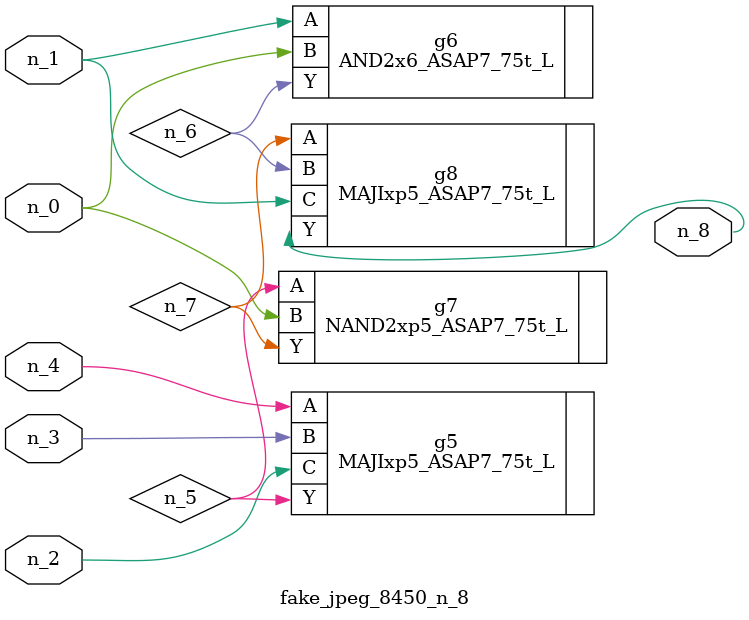
<source format=v>
module fake_jpeg_8450_n_8 (n_3, n_2, n_1, n_0, n_4, n_8);

input n_3;
input n_2;
input n_1;
input n_0;
input n_4;

output n_8;

wire n_6;
wire n_5;
wire n_7;

MAJIxp5_ASAP7_75t_L g5 ( 
.A(n_4),
.B(n_3),
.C(n_2),
.Y(n_5)
);

AND2x6_ASAP7_75t_L g6 ( 
.A(n_1),
.B(n_0),
.Y(n_6)
);

NAND2xp5_ASAP7_75t_L g7 ( 
.A(n_5),
.B(n_0),
.Y(n_7)
);

MAJIxp5_ASAP7_75t_L g8 ( 
.A(n_7),
.B(n_6),
.C(n_1),
.Y(n_8)
);


endmodule
</source>
